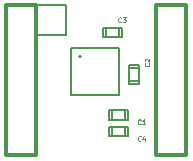
<source format=gto>
G04 (created by PCBNEW (2013-jul-07)-stable) date Tue 11 Feb 2014 01:04:26 AM EST*
%MOIN*%
G04 Gerber Fmt 3.4, Leading zero omitted, Abs format*
%FSLAX34Y34*%
G01*
G70*
G90*
G04 APERTURE LIST*
%ADD10C,0.00590551*%
%ADD11C,0.006*%
%ADD12C,0.005*%
%ADD13C,0.012*%
%ADD14C,0.0016*%
G04 APERTURE END LIST*
G54D10*
X136985Y-80207D02*
G75*
G03X136985Y-80207I-27J0D01*
G74*
G01*
X136662Y-79912D02*
X138237Y-79912D01*
X138237Y-79912D02*
X138237Y-81487D01*
X138237Y-81487D02*
X136662Y-81487D01*
X136662Y-81487D02*
X136662Y-79912D01*
G54D11*
X136500Y-79500D02*
X135500Y-79500D01*
X135500Y-78500D02*
X136500Y-78500D01*
X135500Y-79500D02*
X135500Y-78500D01*
X136500Y-78500D02*
X136500Y-79500D01*
G54D12*
X138590Y-81020D02*
X138910Y-81020D01*
X138900Y-80580D02*
X138590Y-80580D01*
X138910Y-80480D02*
X138910Y-81120D01*
X138910Y-81120D02*
X138590Y-81120D01*
X138590Y-81120D02*
X138590Y-80480D01*
X138590Y-80480D02*
X138910Y-80480D01*
X138030Y-82540D02*
X138030Y-82860D01*
X138470Y-82850D02*
X138470Y-82540D01*
X138570Y-82860D02*
X137930Y-82860D01*
X137930Y-82860D02*
X137930Y-82540D01*
X137930Y-82540D02*
X138570Y-82540D01*
X138570Y-82540D02*
X138570Y-82860D01*
X138030Y-81990D02*
X138030Y-82310D01*
X138470Y-82300D02*
X138470Y-81990D01*
X138570Y-82310D02*
X137930Y-82310D01*
X137930Y-82310D02*
X137930Y-81990D01*
X137930Y-81990D02*
X138570Y-81990D01*
X138570Y-81990D02*
X138570Y-82310D01*
X137830Y-79240D02*
X137830Y-79560D01*
X138270Y-79550D02*
X138270Y-79240D01*
X138370Y-79560D02*
X137730Y-79560D01*
X137730Y-79560D02*
X137730Y-79240D01*
X137730Y-79240D02*
X138370Y-79240D01*
X138370Y-79240D02*
X138370Y-79560D01*
G54D13*
X140500Y-78500D02*
X139500Y-78500D01*
X139500Y-83500D02*
X140500Y-83500D01*
X140500Y-78500D02*
X140500Y-83500D01*
X139500Y-83500D02*
X139500Y-78500D01*
X135500Y-78500D02*
X134500Y-78500D01*
X134500Y-83500D02*
X135500Y-83500D01*
X135500Y-78500D02*
X135500Y-83500D01*
X134500Y-83500D02*
X134500Y-78500D01*
G54D14*
X139249Y-80426D02*
X139257Y-80434D01*
X139264Y-80457D01*
X139264Y-80472D01*
X139257Y-80495D01*
X139241Y-80510D01*
X139226Y-80518D01*
X139196Y-80525D01*
X139173Y-80525D01*
X139142Y-80518D01*
X139127Y-80510D01*
X139112Y-80495D01*
X139104Y-80472D01*
X139104Y-80457D01*
X139112Y-80434D01*
X139120Y-80426D01*
X139120Y-80365D02*
X139112Y-80358D01*
X139104Y-80342D01*
X139104Y-80304D01*
X139112Y-80289D01*
X139120Y-80281D01*
X139135Y-80274D01*
X139150Y-80274D01*
X139173Y-80281D01*
X139264Y-80373D01*
X139264Y-80274D01*
X138973Y-82999D02*
X138965Y-83007D01*
X138942Y-83014D01*
X138927Y-83014D01*
X138904Y-83007D01*
X138889Y-82991D01*
X138881Y-82976D01*
X138874Y-82946D01*
X138874Y-82923D01*
X138881Y-82892D01*
X138889Y-82877D01*
X138904Y-82862D01*
X138927Y-82854D01*
X138942Y-82854D01*
X138965Y-82862D01*
X138973Y-82870D01*
X139110Y-82908D02*
X139110Y-83014D01*
X139072Y-82847D02*
X139034Y-82961D01*
X139133Y-82961D01*
X138973Y-82449D02*
X138965Y-82457D01*
X138942Y-82464D01*
X138927Y-82464D01*
X138904Y-82457D01*
X138889Y-82441D01*
X138881Y-82426D01*
X138874Y-82396D01*
X138874Y-82373D01*
X138881Y-82342D01*
X138889Y-82327D01*
X138904Y-82312D01*
X138927Y-82304D01*
X138942Y-82304D01*
X138965Y-82312D01*
X138973Y-82320D01*
X139125Y-82464D02*
X139034Y-82464D01*
X139080Y-82464D02*
X139080Y-82304D01*
X139064Y-82327D01*
X139049Y-82342D01*
X139034Y-82350D01*
X138323Y-79049D02*
X138315Y-79057D01*
X138292Y-79064D01*
X138277Y-79064D01*
X138254Y-79057D01*
X138239Y-79041D01*
X138231Y-79026D01*
X138224Y-78996D01*
X138224Y-78973D01*
X138231Y-78942D01*
X138239Y-78927D01*
X138254Y-78912D01*
X138277Y-78904D01*
X138292Y-78904D01*
X138315Y-78912D01*
X138323Y-78920D01*
X138376Y-78904D02*
X138475Y-78904D01*
X138422Y-78965D01*
X138445Y-78965D01*
X138460Y-78973D01*
X138468Y-78980D01*
X138475Y-78996D01*
X138475Y-79034D01*
X138468Y-79049D01*
X138460Y-79057D01*
X138445Y-79064D01*
X138399Y-79064D01*
X138384Y-79057D01*
X138376Y-79049D01*
M02*

</source>
